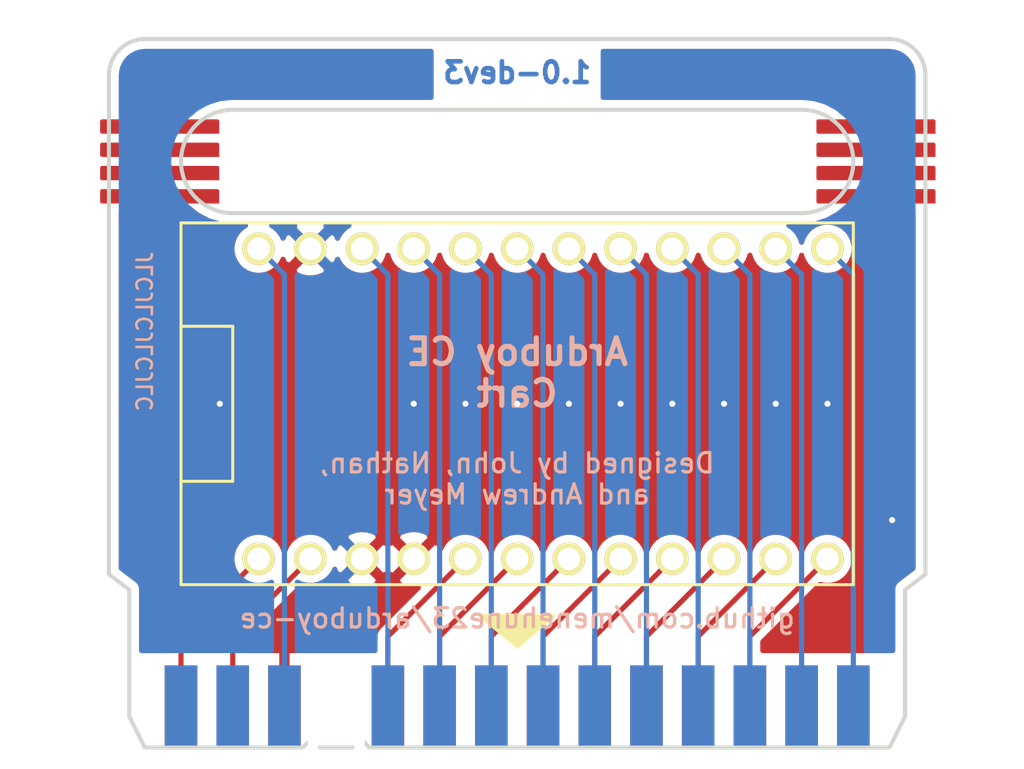
<source format=kicad_pcb>
(kicad_pcb (version 20171130) (host pcbnew "(5.1.9-0-10_14)")

  (general
    (thickness 1.6)
    (drawings 48)
    (tracks 54)
    (zones 0)
    (modules 8)
    (nets 23)
  )

  (page USLetter)
  (title_block
    (title "Arduboy CE Cart")
    (date 2021-04-12)
    (rev 1.0-dev3)
  )

  (layers
    (0 F.Cu signal)
    (31 B.Cu signal)
    (32 B.Adhes user)
    (33 F.Adhes user)
    (34 B.Paste user)
    (35 F.Paste user)
    (36 B.SilkS user)
    (37 F.SilkS user)
    (38 B.Mask user)
    (39 F.Mask user)
    (40 Dwgs.User user)
    (41 Cmts.User user)
    (42 Eco1.User user)
    (43 Eco2.User user)
    (44 Edge.Cuts user)
    (45 Margin user)
    (46 B.CrtYd user)
    (47 F.CrtYd user)
    (48 B.Fab user)
    (49 F.Fab user)
  )

  (setup
    (last_trace_width 0.1524)
    (user_trace_width 0.254)
    (user_trace_width 0.3048)
    (user_trace_width 0.508)
    (trace_clearance 0.1524)
    (zone_clearance 0.381)
    (zone_45_only no)
    (trace_min 0.1524)
    (via_size 0.6)
    (via_drill 0.3)
    (via_min_size 0.6)
    (via_min_drill 0.254)
    (uvia_size 0.6)
    (uvia_drill 0.3)
    (uvias_allowed no)
    (uvia_min_size 0.6)
    (uvia_min_drill 0.1)
    (edge_width 0.2)
    (segment_width 0.2)
    (pcb_text_width 0.3)
    (pcb_text_size 1.5 1.5)
    (mod_edge_width 0.15)
    (mod_text_size 1 1)
    (mod_text_width 0.15)
    (pad_size 0.508 4.25)
    (pad_drill 0.508)
    (pad_to_mask_clearance 0.0508)
    (solder_mask_min_width 0.25)
    (aux_axis_origin 0 0)
    (grid_origin 1282.7 107.95)
    (visible_elements FFFFFE7F)
    (pcbplotparams
      (layerselection 0x010fc_ffffffff)
      (usegerberextensions false)
      (usegerberattributes false)
      (usegerberadvancedattributes false)
      (creategerberjobfile false)
      (excludeedgelayer true)
      (linewidth 0.100000)
      (plotframeref false)
      (viasonmask false)
      (mode 1)
      (useauxorigin false)
      (hpglpennumber 1)
      (hpglpenspeed 20)
      (hpglpendiameter 15.000000)
      (psnegative false)
      (psa4output false)
      (plotreference true)
      (plotvalue true)
      (plotinvisibletext false)
      (padsonsilk false)
      (subtractmaskfromsilk false)
      (outputformat 1)
      (mirror false)
      (drillshape 0)
      (scaleselection 1)
      (outputdirectory "gerber/cart-1.0dev3"))
  )

  (net 0 "")
  (net 1 GND)
  (net 2 "Net-(J1-Pad2)")
  (net 3 "Net-(J1-Pad1)")
  (net 4 "Net-(J1-Pad5)")
  (net 5 "Net-(J1-Pad6)")
  (net 6 "Net-(J1-Pad7)")
  (net 7 "Net-(J1-Pad8)")
  (net 8 "Net-(J1-Pad9)")
  (net 9 "Net-(J1-Pad10)")
  (net 10 "Net-(J1-Pad11)")
  (net 11 "Net-(J1-Pad12)")
  (net 12 "Net-(J2-Pad12)")
  (net 13 "Net-(J2-Pad10)")
  (net 14 "Net-(J2-Pad9)")
  (net 15 "Net-(J2-Pad8)")
  (net 16 "Net-(J2-Pad7)")
  (net 17 "Net-(J2-Pad6)")
  (net 18 "Net-(J2-Pad5)")
  (net 19 "Net-(J2-Pad4)")
  (net 20 "Net-(J2-Pad3)")
  (net 21 "Net-(J2-Pad1)")
  (net 22 "Net-(J2-Pad2)")

  (net_class Default "This is the default net class."
    (clearance 0.1524)
    (trace_width 0.1524)
    (via_dia 0.6)
    (via_drill 0.3)
    (uvia_dia 0.6)
    (uvia_drill 0.3)
    (add_net GND)
    (add_net "Net-(J1-Pad1)")
    (add_net "Net-(J1-Pad10)")
    (add_net "Net-(J1-Pad11)")
    (add_net "Net-(J1-Pad12)")
    (add_net "Net-(J1-Pad2)")
    (add_net "Net-(J1-Pad5)")
    (add_net "Net-(J1-Pad6)")
    (add_net "Net-(J1-Pad7)")
    (add_net "Net-(J1-Pad8)")
    (add_net "Net-(J1-Pad9)")
    (add_net "Net-(J2-Pad1)")
    (add_net "Net-(J2-Pad10)")
    (add_net "Net-(J2-Pad12)")
    (add_net "Net-(J2-Pad2)")
    (add_net "Net-(J2-Pad3)")
    (add_net "Net-(J2-Pad4)")
    (add_net "Net-(J2-Pad5)")
    (add_net "Net-(J2-Pad6)")
    (add_net "Net-(J2-Pad7)")
    (add_net "Net-(J2-Pad8)")
    (add_net "Net-(J2-Pad9)")
  )

  (module cart:BREAKAWAY_HOLE (layer F.Cu) (tedit 604640B0) (tstamp 60463DE4)
    (at 129.667 126.712)
    (fp_text reference REF** (at 0 2.54) (layer F.SilkS) hide
      (effects (font (size 1 1) (thickness 0.15)))
    )
    (fp_text value BREAKAWAY_HOLE (at 0 -2.54) (layer F.Fab) hide
      (effects (font (size 1 1) (thickness 0.15)))
    )
    (pad "" np_thru_hole oval (at 0 0.127) (size 0.508 4.25) (drill oval 0.508 4.25) (layers *.Cu *.Mask))
  )

  (module cart:BREAKAWAY_HOLE (layer F.Cu) (tedit 60464025) (tstamp 60463C9F)
    (at 131.953 126.712)
    (fp_text reference REF** (at 0 2.54) (layer F.SilkS) hide
      (effects (font (size 1 1) (thickness 0.15)))
    )
    (fp_text value BREAKAWAY_HOLE (at 0 -2.54) (layer F.Fab) hide
      (effects (font (size 1 1) (thickness 0.15)))
    )
    (pad "" np_thru_hole oval (at 0 0.127) (size 0.508 4.25) (drill oval 0.508 4.25) (layers *.Cu *.Mask))
  )

  (module cart:BREAKAWAY_HOLE (layer F.Cu) (tedit 60248ACD) (tstamp 600917E9)
    (at 131.699 124.841)
    (fp_text reference REF** (at 0 2.54) (layer F.SilkS) hide
      (effects (font (size 1 1) (thickness 0.15)))
    )
    (fp_text value BREAKAWAY_HOLE (at 0 -2.54) (layer F.Fab) hide
      (effects (font (size 1 1) (thickness 0.15)))
    )
    (pad "" np_thru_hole circle (at 0 0.127) (size 0.508 0.508) (drill 0.508) (layers *.Cu *.Mask))
  )

  (module cart:BREAKAWAY_HOLE (layer F.Cu) (tedit 60248AA8) (tstamp 60248AA1)
    (at 129.921 124.841)
    (fp_text reference REF** (at 0 2.54) (layer F.SilkS) hide
      (effects (font (size 1 1) (thickness 0.15)))
    )
    (fp_text value BREAKAWAY_HOLE (at 0 -2.54) (layer F.Fab) hide
      (effects (font (size 1 1) (thickness 0.15)))
    )
    (pad "" np_thru_hole circle (at 0 0.127) (size 0.508 0.508) (drill 0.508) (layers *.Cu *.Mask))
  )

  (module cart:BREAKAWAY_HOLE (layer F.Cu) (tedit 60248AC8) (tstamp 6009170B)
    (at 130.81 124.841)
    (fp_text reference REF** (at 0 2.54) (layer F.SilkS) hide
      (effects (font (size 1 1) (thickness 0.15)))
    )
    (fp_text value BREAKAWAY_HOLE (at 0 -2.54) (layer F.Fab) hide
      (effects (font (size 1 1) (thickness 0.15)))
    )
    (pad "" np_thru_hole circle (at 0 0.127) (size 0.508 0.508) (drill 0.508) (layers *.Cu *.Mask))
  )

  (module cart:CARD_CONNECTOR_14_POS (layer B.Cu) (tedit 60068350) (tstamp 60069D7D)
    (at 139.7 126.619 180)
    (path /6006BB41)
    (fp_text reference J2 (at 0 5.08 180) (layer B.SilkS) hide
      (effects (font (size 1 1) (thickness 0.15)) (justify mirror))
    )
    (fp_text value "Back Edge" (at 0 7.62 180) (layer B.Fab) hide
      (effects (font (size 1 1) (thickness 0.15)) (justify mirror))
    )
    (pad 14 connect rect (at 16.51 0 180) (size 1.6 4) (layers B.Cu B.Mask))
    (pad 13 connect rect (at 13.97 0 180) (size 1.6 4) (layers B.Cu B.Mask))
    (pad 12 connect rect (at 11.43 0 180) (size 1.6 4) (layers B.Cu B.Mask)
      (net 12 "Net-(J2-Pad12)"))
    (pad 10 connect rect (at 6.35 0 180) (size 1.6 4) (layers B.Cu B.Mask)
      (net 13 "Net-(J2-Pad10)"))
    (pad 9 connect rect (at 3.81 0 180) (size 1.6 4) (layers B.Cu B.Mask)
      (net 14 "Net-(J2-Pad9)"))
    (pad 8 connect rect (at 1.27 0 180) (size 1.6 4) (layers B.Cu B.Mask)
      (net 15 "Net-(J2-Pad8)"))
    (pad 7 connect rect (at -1.27 0 180) (size 1.6 4) (layers B.Cu B.Mask)
      (net 16 "Net-(J2-Pad7)"))
    (pad 6 connect rect (at -3.81 0 180) (size 1.6 4) (layers B.Cu B.Mask)
      (net 17 "Net-(J2-Pad6)"))
    (pad 5 connect rect (at -6.35 0 180) (size 1.6 4) (layers B.Cu B.Mask)
      (net 18 "Net-(J2-Pad5)"))
    (pad 4 connect rect (at -8.89 0 180) (size 1.6 4) (layers B.Cu B.Mask)
      (net 19 "Net-(J2-Pad4)"))
    (pad 3 connect rect (at -11.43 0 180) (size 1.6 4) (layers B.Cu B.Mask)
      (net 20 "Net-(J2-Pad3)"))
    (pad 1 connect rect (at -16.51 0 180) (size 1.6 4) (layers B.Cu B.Mask)
      (net 21 "Net-(J2-Pad1)"))
    (pad 2 connect rect (at -13.97 0 180) (size 1.6 4) (layers B.Cu B.Mask)
      (net 22 "Net-(J2-Pad2)"))
  )

  (module cart:CARD_CONNECTOR_14_POS (layer F.Cu) (tedit 60068329) (tstamp 60069B7B)
    (at 139.7 126.619)
    (path /60066C03)
    (fp_text reference J1 (at 0 -5.08) (layer F.SilkS) hide
      (effects (font (size 1 1) (thickness 0.15)))
    )
    (fp_text value "Front Edge" (at 0 -7.62) (layer F.Fab) hide
      (effects (font (size 1 1) (thickness 0.15)))
    )
    (pad 2 connect rect (at -13.97 0) (size 1.6 4) (layers F.Cu F.Mask)
      (net 2 "Net-(J1-Pad2)"))
    (pad 1 connect rect (at -16.51 0) (size 1.6 4) (layers F.Cu F.Mask)
      (net 3 "Net-(J1-Pad1)"))
    (pad 3 connect rect (at -11.43 0) (size 1.6 4) (layers F.Cu F.Mask)
      (net 1 GND))
    (pad 5 connect rect (at -6.35 0) (size 1.6 4) (layers F.Cu F.Mask)
      (net 4 "Net-(J1-Pad5)"))
    (pad 6 connect rect (at -3.81 0) (size 1.6 4) (layers F.Cu F.Mask)
      (net 5 "Net-(J1-Pad6)"))
    (pad 7 connect rect (at -1.27 0) (size 1.6 4) (layers F.Cu F.Mask)
      (net 6 "Net-(J1-Pad7)"))
    (pad 8 connect rect (at 1.27 0) (size 1.6 4) (layers F.Cu F.Mask)
      (net 7 "Net-(J1-Pad8)"))
    (pad 9 connect rect (at 3.81 0) (size 1.6 4) (layers F.Cu F.Mask)
      (net 8 "Net-(J1-Pad9)"))
    (pad 10 connect rect (at 6.35 0) (size 1.6 4) (layers F.Cu F.Mask)
      (net 9 "Net-(J1-Pad10)"))
    (pad 11 connect rect (at 8.89 0) (size 1.6 4) (layers F.Cu F.Mask)
      (net 10 "Net-(J1-Pad11)"))
    (pad 12 connect rect (at 11.43 0) (size 1.6 4) (layers F.Cu F.Mask)
      (net 11 "Net-(J1-Pad12)"))
    (pad 13 connect rect (at 13.97 0) (size 1.6 4) (layers F.Cu F.Mask))
    (pad 14 connect rect (at 16.51 0) (size 1.6 4) (layers F.Cu F.Mask))
  )

  (module cart:PRO_MICRO (layer F.Cu) (tedit 60067CA2) (tstamp 600699B6)
    (at 139.7 111.76)
    (descr "Pro Micro footprint")
    (tags "promicro ProMicro pro micro")
    (path /600649CE)
    (fp_text reference U1 (at 0 -10.16) (layer F.SilkS) hide
      (effects (font (size 1 1) (thickness 0.15)))
    )
    (fp_text value "Pro Micro" (at 0 1.27) (layer F.Fab)
      (effects (font (size 1 1) (thickness 0.15)))
    )
    (fp_line (start -13.97 3.81) (end -13.97 -3.81) (layer F.SilkS) (width 0.15))
    (fp_line (start 16.51 -8.89) (end 16.51 8.89) (layer F.SilkS) (width 0.15))
    (fp_line (start -16.51 -8.89) (end 16.51 -8.89) (layer F.SilkS) (width 0.15))
    (fp_line (start -16.51 -3.81) (end -16.51 -8.89) (layer F.SilkS) (width 0.15))
    (fp_line (start -16.51 -3.81) (end -13.97 -3.81) (layer F.SilkS) (width 0.15))
    (fp_line (start -16.51 3.81) (end -16.51 -3.81) (layer F.SilkS) (width 0.15))
    (fp_line (start -13.97 3.81) (end -16.51 3.81) (layer F.SilkS) (width 0.15))
    (fp_line (start -16.51 8.89) (end -16.51 3.81) (layer F.SilkS) (width 0.15))
    (fp_line (start -16.51 8.89) (end 16.51 8.89) (layer F.SilkS) (width 0.15))
    (pad 24 thru_hole circle (at -12.7 -7.62) (size 1.6 1.6) (drill 1.1) (layers *.Cu *.Mask F.SilkS)
      (net 12 "Net-(J2-Pad12)"))
    (pad 23 thru_hole circle (at -10.16 -7.62) (size 1.6 1.6) (drill 1.1) (layers *.Cu *.Mask F.SilkS)
      (net 1 GND))
    (pad 22 thru_hole circle (at -7.62 -7.62) (size 1.6 1.6) (drill 1.1) (layers *.Cu *.Mask F.SilkS)
      (net 13 "Net-(J2-Pad10)"))
    (pad 21 thru_hole circle (at -5.08 -7.62) (size 1.6 1.6) (drill 1.1) (layers *.Cu *.Mask F.SilkS)
      (net 14 "Net-(J2-Pad9)"))
    (pad 20 thru_hole circle (at -2.54 -7.62) (size 1.6 1.6) (drill 1.1) (layers *.Cu *.Mask F.SilkS)
      (net 15 "Net-(J2-Pad8)"))
    (pad 19 thru_hole circle (at 0 -7.62) (size 1.6 1.6) (drill 1.1) (layers *.Cu *.Mask F.SilkS)
      (net 16 "Net-(J2-Pad7)"))
    (pad 18 thru_hole circle (at 2.54 -7.62) (size 1.6 1.6) (drill 1.1) (layers *.Cu *.Mask F.SilkS)
      (net 17 "Net-(J2-Pad6)"))
    (pad 17 thru_hole circle (at 5.08 -7.62) (size 1.6 1.6) (drill 1.1) (layers *.Cu *.Mask F.SilkS)
      (net 18 "Net-(J2-Pad5)"))
    (pad 16 thru_hole circle (at 7.62 -7.62) (size 1.6 1.6) (drill 1.1) (layers *.Cu *.Mask F.SilkS)
      (net 19 "Net-(J2-Pad4)"))
    (pad 15 thru_hole circle (at 10.16 -7.62) (size 1.6 1.6) (drill 1.1) (layers *.Cu *.Mask F.SilkS)
      (net 20 "Net-(J2-Pad3)"))
    (pad 14 thru_hole circle (at 12.7 -7.62) (size 1.6 1.6) (drill 1.1) (layers *.Cu *.Mask F.SilkS)
      (net 22 "Net-(J2-Pad2)"))
    (pad 13 thru_hole circle (at 15.24 -7.62) (size 1.6 1.6) (drill 1.1) (layers *.Cu *.Mask F.SilkS)
      (net 21 "Net-(J2-Pad1)"))
    (pad 12 thru_hole circle (at 15.24 7.62) (size 1.6 1.6) (drill 1.1) (layers *.Cu *.Mask F.SilkS)
      (net 11 "Net-(J1-Pad12)"))
    (pad 11 thru_hole circle (at 12.7 7.62) (size 1.6 1.6) (drill 1.1) (layers *.Cu *.Mask F.SilkS)
      (net 10 "Net-(J1-Pad11)"))
    (pad 10 thru_hole circle (at 10.16 7.62) (size 1.6 1.6) (drill 1.1) (layers *.Cu *.Mask F.SilkS)
      (net 9 "Net-(J1-Pad10)"))
    (pad 9 thru_hole circle (at 7.62 7.62) (size 1.6 1.6) (drill 1.1) (layers *.Cu *.Mask F.SilkS)
      (net 8 "Net-(J1-Pad9)"))
    (pad 8 thru_hole circle (at 5.08 7.62) (size 1.6 1.6) (drill 1.1) (layers *.Cu *.Mask F.SilkS)
      (net 7 "Net-(J1-Pad8)"))
    (pad 7 thru_hole circle (at 2.54 7.62) (size 1.6 1.6) (drill 1.1) (layers *.Cu *.Mask F.SilkS)
      (net 6 "Net-(J1-Pad7)"))
    (pad 6 thru_hole circle (at 0 7.62) (size 1.6 1.6) (drill 1.1) (layers *.Cu *.Mask F.SilkS)
      (net 5 "Net-(J1-Pad6)"))
    (pad 5 thru_hole circle (at -2.54 7.62) (size 1.6 1.6) (drill 1.1) (layers *.Cu *.Mask F.SilkS)
      (net 4 "Net-(J1-Pad5)"))
    (pad 4 thru_hole circle (at -5.08 7.62) (size 1.6 1.6) (drill 1.1) (layers *.Cu *.Mask F.SilkS)
      (net 1 GND))
    (pad 3 thru_hole circle (at -7.62 7.62) (size 1.6 1.6) (drill 1.1) (layers *.Cu *.Mask F.SilkS)
      (net 1 GND))
    (pad 2 thru_hole circle (at -10.16 7.62) (size 1.6 1.6) (drill 1.1) (layers *.Cu *.Mask F.SilkS)
      (net 2 "Net-(J1-Pad2)"))
    (pad 1 thru_hole circle (at -12.7 7.62) (size 1.6 1.6) (drill 1.1) (layers *.Cu *.Mask F.SilkS)
      (net 3 "Net-(J1-Pad1)"))
  )

  (gr_line (start 129.433 128.397) (end 129.794 128.397) (layer Edge.Cuts) (width 0.2) (tstamp 60463C75))
  (gr_line (start 129.794 128.397) (end 129.794 128.651) (layer Edge.Cuts) (width 0.2) (tstamp 604639B3))
  (gr_line (start 159.75 95.611) (end 159.75 120.142) (layer Edge.Cuts) (width 0.2) (tstamp 604180E7))
  (gr_arc (start 157.972 95.611) (end 159.75 95.611) (angle -90) (layer Edge.Cuts) (width 0.2) (tstamp 60417F17))
  (gr_line (start 159.75 120.142) (end 158.75 120.904) (layer Edge.Cuts) (width 0.2) (tstamp 5E978CFF))
  (gr_poly (pts (xy 119.3165 99.0245) (xy 124.968 99.0245) (xy 124.968 99.5325) (xy 119.3165 99.5325)) (layer F.Cu) (width 0.2) (tstamp 60417DE0))
  (gr_poly (pts (xy 119.3165 97.8815) (xy 124.968 97.8815) (xy 124.968 98.3895) (xy 119.3165 98.3895)) (layer F.Cu) (width 0.2) (tstamp 60417DDF))
  (gr_poly (pts (xy 119.3165 100.1675) (xy 124.968 100.1675) (xy 124.968 100.6755) (xy 119.3165 100.6755)) (layer F.Cu) (width 0.2) (tstamp 60417DDE))
  (gr_poly (pts (xy 119.3165 101.3105) (xy 124.968 101.3105) (xy 124.968 101.8185) (xy 119.3165 101.8185)) (layer F.Cu) (width 0.2) (tstamp 60417DDD))
  (gr_poly (pts (xy 119.3165 101.3105) (xy 124.968 101.3105) (xy 124.968 101.8185) (xy 119.3165 101.8185)) (layer F.Mask) (width 0.2) (tstamp 60417DDC))
  (gr_poly (pts (xy 119.3165 99.0245) (xy 124.968 99.0245) (xy 124.968 99.5325) (xy 119.3165 99.5325)) (layer F.Mask) (width 0.2) (tstamp 60417DDB))
  (gr_poly (pts (xy 119.3165 97.8815) (xy 124.968 97.8815) (xy 124.968 98.3895) (xy 119.3165 98.3895)) (layer F.Mask) (width 0.2) (tstamp 60417DDA))
  (gr_poly (pts (xy 119.3165 100.1675) (xy 124.968 100.1675) (xy 124.968 100.6755) (xy 119.3165 100.6755)) (layer F.Mask) (width 0.2) (tstamp 60417DD9))
  (gr_line (start 153.67 102.39) (end 125.73 102.39) (layer Edge.Cuts) (width 0.2) (tstamp 60417C0F))
  (gr_line (start 125.73 97.31) (end 153.67 97.31) (layer Edge.Cuts) (width 0.2) (tstamp 60417C0B))
  (gr_arc (start 153.67 99.85) (end 153.67 102.39) (angle -180) (layer Edge.Cuts) (width 0.2) (tstamp 60417D4C))
  (gr_arc (start 125.73 99.85) (end 125.73 97.31) (angle -180) (layer Edge.Cuts) (width 0.2))
  (gr_text JLCJLCJLCJLC (at 121.412 108.204 90) (layer B.SilkS) (tstamp 60261A33)
    (effects (font (size 0.762 0.762) (thickness 0.127)) (justify mirror))
  )
  (gr_poly (pts (xy 154.4955 101.3105) (xy 160.147 101.3105) (xy 160.147 101.8185) (xy 154.4955 101.8185)) (layer F.Mask) (width 0.2) (tstamp 6024D796))
  (gr_poly (pts (xy 154.4955 100.1675) (xy 160.147 100.1675) (xy 160.147 100.6755) (xy 154.4955 100.6755)) (layer F.Mask) (width 0.2) (tstamp 6024D789))
  (gr_poly (pts (xy 154.4955 99.0245) (xy 160.147 99.0245) (xy 160.147 99.5325) (xy 154.4955 99.5325)) (layer F.Mask) (width 0.2) (tstamp 6024D782))
  (gr_poly (pts (xy 154.4955 97.8815) (xy 160.147 97.8815) (xy 160.147 98.3895) (xy 154.4955 98.3895)) (layer F.Mask) (width 0.2) (tstamp 6024D779))
  (gr_line (start 131.826 128.397) (end 132.187 128.397) (layer Edge.Cuts) (width 0.2) (tstamp 600913A0))
  (gr_line (start 129.794 128.651) (end 131.826 128.651) (layer Edge.Cuts) (width 0.2) (tstamp 60091358))
  (gr_line (start 131.826 128.397) (end 131.826 128.651) (layer Edge.Cuts) (width 0.2) (tstamp 6009133E))
  (gr_text github.com/menehune23/arduboy-ce (at 139.7 122.301) (layer B.SilkS) (tstamp 6006B8DF)
    (effects (font (size 0.9525 0.9525) (thickness 0.15875)) (justify mirror))
  )
  (gr_text "Designed by John, Nathan,\nand Andrew Meyer" (at 139.7 115.443) (layer B.SilkS)
    (effects (font (size 0.9525 0.9525) (thickness 0.15875)) (justify mirror))
  )
  (gr_text "Arduboy CE\nCart" (at 139.7 110.236) (layer B.SilkS)
    (effects (font (size 1.27 1.27) (thickness 0.254)) (justify mirror))
  )
  (gr_line (start 132.441 128.651) (end 132.187 128.397) (layer Edge.Cuts) (width 0.2) (tstamp 6006B30A))
  (gr_line (start 129.433 128.397) (end 129.179 128.651) (layer Edge.Cuts) (width 0.2) (tstamp 6006B2B8))
  (gr_line (start 157.988 128.651) (end 132.441 128.651) (layer Edge.Cuts) (width 0.2) (tstamp 6006B241))
  (gr_poly (pts (xy 154.4955 101.3105) (xy 160.147 101.3105) (xy 160.147 101.8185) (xy 154.4955 101.8185)) (layer F.Cu) (width 0.2) (tstamp 6006AEB0))
  (gr_poly (pts (xy 154.4955 100.1675) (xy 160.147 100.1675) (xy 160.147 100.6755) (xy 154.4955 100.6755)) (layer F.Cu) (width 0.2) (tstamp 6006AEAE))
  (gr_poly (pts (xy 154.4955 97.8815) (xy 160.147 97.8815) (xy 160.147 98.3895) (xy 154.4955 98.3895)) (layer F.Cu) (width 0.2) (tstamp 6006AEAA))
  (gr_line (start 119.65 95.611) (end 119.65 120.139) (layer Edge.Cuts) (width 0.2) (tstamp 5E838664))
  (gr_line (start 120.65 120.901) (end 119.65 120.139) (layer Edge.Cuts) (width 0.2) (tstamp 5E978CF3))
  (gr_arc (start 121.428 95.611) (end 119.65 95.611) (angle 90) (layer Edge.Cuts) (width 0.2) (tstamp 5C4E6651))
  (gr_line (start 120.65 120.901) (end 120.65 127.127) (layer Edge.Cuts) (width 0.2) (tstamp 6006A87F))
  (gr_line (start 158.75 120.904) (end 158.75 127.127) (layer Edge.Cuts) (width 0.2) (tstamp 5E838617))
  (gr_poly (pts (xy 154.4955 99.0245) (xy 160.147 99.0245) (xy 160.147 99.5325) (xy 154.4955 99.5325)) (layer F.Cu) (width 0.2) (tstamp 6006AEA7))
  (gr_poly (pts (xy 160.4645 124.6505) (xy 160.401 129.667) (xy 118.618 129.667) (xy 118.6815 124.6505)) (layer B.Mask) (width 0.1) (tstamp 600914D5))
  (gr_poly (pts (xy 160.401 124.6505) (xy 160.401 129.667) (xy 118.618 129.667) (xy 118.618 124.6505)) (layer F.Mask) (width 0.1))
  (gr_line (start 121.428 93.833) (end 157.972 93.833) (layer Edge.Cuts) (width 0.2) (tstamp 5C60AF46))
  (gr_text 1.0-dev3 (at 139.7 95.488) (layer B.Cu) (tstamp 604636DF)
    (effects (font (size 1.016 1.016) (thickness 0.2286)) (justify mirror))
  )
  (gr_line (start 121.412 128.651) (end 120.65 127.127) (layer Edge.Cuts) (width 0.2) (tstamp 5C4E6710))
  (gr_line (start 157.988 128.651) (end 158.75 127.127) (layer Edge.Cuts) (width 0.2))
  (gr_poly (pts (xy 139.7 123.698) (xy 137.922 122.174) (xy 141.478 122.174)) (layer F.SilkS) (width 0.2))
  (gr_line (start 121.412 128.651) (end 129.179 128.651) (layer Edge.Cuts) (width 0.2))

  (segment (start 128.27 126.619) (end 128.27 123.19) (width 0.508) (layer F.Cu) (net 1))
  (via (at 134.62 111.76) (size 0.6) (drill 0.3) (layers F.Cu B.Cu) (net 1))
  (via (at 137.16 111.76) (size 0.6) (drill 0.3) (layers F.Cu B.Cu) (net 1))
  (via (at 139.7 111.76) (size 0.6) (drill 0.3) (layers F.Cu B.Cu) (net 1))
  (via (at 142.24 111.76) (size 0.6) (drill 0.3) (layers F.Cu B.Cu) (net 1))
  (via (at 144.78 111.76) (size 0.6) (drill 0.3) (layers F.Cu B.Cu) (net 1))
  (via (at 147.32 111.76) (size 0.6) (drill 0.3) (layers F.Cu B.Cu) (net 1))
  (via (at 149.86 111.76) (size 0.6) (drill 0.3) (layers F.Cu B.Cu) (net 1))
  (via (at 152.4 111.76) (size 0.6) (drill 0.3) (layers F.Cu B.Cu) (net 1))
  (via (at 154.94 111.76) (size 0.6) (drill 0.3) (layers F.Cu B.Cu) (net 1))
  (via (at 158.115 117.475) (size 0.6) (drill 0.3) (layers F.Cu B.Cu) (net 1))
  (via (at 125.095 111.76) (size 0.6) (drill 0.3) (layers F.Cu B.Cu) (net 1))
  (segment (start 125.73 123.19) (end 125.73 126.619) (width 0.254) (layer F.Cu) (net 2))
  (segment (start 129.54 119.38) (end 125.73 123.19) (width 0.254) (layer F.Cu) (net 2))
  (segment (start 123.19 123.19) (end 123.19 126.619) (width 0.254) (layer F.Cu) (net 3))
  (segment (start 127 119.38) (end 123.19 123.19) (width 0.254) (layer F.Cu) (net 3))
  (segment (start 133.35 123.19) (end 133.35 126.619) (width 0.254) (layer F.Cu) (net 4))
  (segment (start 137.16 119.38) (end 133.35 123.19) (width 0.254) (layer F.Cu) (net 4))
  (segment (start 135.89 123.19) (end 135.89 126.619) (width 0.254) (layer F.Cu) (net 5))
  (segment (start 139.7 119.38) (end 135.89 123.19) (width 0.254) (layer F.Cu) (net 5))
  (segment (start 138.43 123.19) (end 138.43 126.619) (width 0.254) (layer F.Cu) (net 6))
  (segment (start 142.24 119.38) (end 138.43 123.19) (width 0.254) (layer F.Cu) (net 6))
  (segment (start 140.97 123.19) (end 140.97 126.619) (width 0.254) (layer F.Cu) (net 7))
  (segment (start 144.78 119.38) (end 140.97 123.19) (width 0.254) (layer F.Cu) (net 7))
  (segment (start 143.51 123.19) (end 143.51 126.619) (width 0.254) (layer F.Cu) (net 8))
  (segment (start 147.32 119.38) (end 143.51 123.19) (width 0.254) (layer F.Cu) (net 8))
  (segment (start 146.05 123.19) (end 146.05 126.619) (width 0.254) (layer F.Cu) (net 9))
  (segment (start 149.86 119.38) (end 146.05 123.19) (width 0.254) (layer F.Cu) (net 9))
  (segment (start 148.59 123.19) (end 148.59 126.619) (width 0.254) (layer F.Cu) (net 10))
  (segment (start 152.4 119.38) (end 148.59 123.19) (width 0.254) (layer F.Cu) (net 10))
  (segment (start 151.13 123.19) (end 151.13 126.619) (width 0.254) (layer F.Cu) (net 11))
  (segment (start 154.94 119.38) (end 151.13 123.19) (width 0.254) (layer F.Cu) (net 11))
  (segment (start 128.27 105.41) (end 128.27 126.619) (width 0.254) (layer B.Cu) (net 12))
  (segment (start 127 104.14) (end 128.27 105.41) (width 0.254) (layer B.Cu) (net 12))
  (segment (start 133.35 105.41) (end 133.35 126.619) (width 0.254) (layer B.Cu) (net 13))
  (segment (start 132.08 104.14) (end 133.35 105.41) (width 0.254) (layer B.Cu) (net 13))
  (segment (start 135.89 105.41) (end 135.89 126.619) (width 0.254) (layer B.Cu) (net 14))
  (segment (start 134.62 104.14) (end 135.89 105.41) (width 0.254) (layer B.Cu) (net 14))
  (segment (start 138.43 105.41) (end 138.43 126.619) (width 0.254) (layer B.Cu) (net 15))
  (segment (start 137.16 104.14) (end 138.43 105.41) (width 0.254) (layer B.Cu) (net 15))
  (segment (start 140.97 105.41) (end 140.97 126.619) (width 0.254) (layer B.Cu) (net 16))
  (segment (start 139.7 104.14) (end 140.97 105.41) (width 0.254) (layer B.Cu) (net 16))
  (segment (start 143.51 105.41) (end 143.51 126.619) (width 0.254) (layer B.Cu) (net 17))
  (segment (start 142.24 104.14) (end 143.51 105.41) (width 0.254) (layer B.Cu) (net 17))
  (segment (start 146.05 105.41) (end 146.05 126.619) (width 0.254) (layer B.Cu) (net 18))
  (segment (start 144.78 104.14) (end 146.05 105.41) (width 0.254) (layer B.Cu) (net 18))
  (segment (start 148.59 105.41) (end 148.59 126.619) (width 0.254) (layer B.Cu) (net 19))
  (segment (start 147.32 104.14) (end 148.59 105.41) (width 0.254) (layer B.Cu) (net 19))
  (segment (start 151.13 105.41) (end 151.13 126.619) (width 0.254) (layer B.Cu) (net 20))
  (segment (start 149.86 104.14) (end 151.13 105.41) (width 0.254) (layer B.Cu) (net 20))
  (segment (start 156.21 105.41) (end 156.21 126.619) (width 0.254) (layer B.Cu) (net 21))
  (segment (start 154.94 104.14) (end 156.21 105.41) (width 0.254) (layer B.Cu) (net 21))
  (segment (start 153.67 105.41) (end 153.67 126.619) (width 0.254) (layer B.Cu) (net 22))
  (segment (start 152.4 104.14) (end 153.67 105.41) (width 0.254) (layer B.Cu) (net 22))

  (zone (net 1) (net_name GND) (layer F.Cu) (tstamp 60757962) (hatch edge 0.508)
    (connect_pads (clearance 0.381))
    (min_thickness 0.254)
    (fill yes (arc_segments 16) (thermal_gap 0.508) (thermal_bridge_width 0.508))
    (polygon
      (pts
        (xy 164.592 91.91625) (xy 114.3 91.97975) (xy 114.3 129.3495) (xy 164.592 129.286)
      )
    )
    (filled_polygon
      (pts
        (xy 123.940111 102.436786) (xy 123.985996 102.467272) (xy 124.031479 102.498415) (xy 124.038946 102.502452) (xy 124.476642 102.735179)
        (xy 124.527574 102.756172) (xy 124.57824 102.777887) (xy 124.586346 102.780396) (xy 124.586352 102.780398) (xy 125.060914 102.923676)
        (xy 125.114973 102.93438) (xy 125.168872 102.945837) (xy 125.177305 102.946723) (xy 125.177315 102.946725) (xy 125.177324 102.946725)
        (xy 125.67067 102.995098) (xy 125.670674 102.995098) (xy 125.700139 102.998) (xy 126.354786 102.998) (xy 126.166199 103.12401)
        (xy 125.98401 103.306199) (xy 125.840865 103.52043) (xy 125.742266 103.75847) (xy 125.692 104.011173) (xy 125.692 104.268827)
        (xy 125.742266 104.52153) (xy 125.840865 104.75957) (xy 125.98401 104.973801) (xy 126.166199 105.15599) (xy 126.38043 105.299135)
        (xy 126.61847 105.397734) (xy 126.871173 105.448) (xy 127.128827 105.448) (xy 127.38153 105.397734) (xy 127.61957 105.299135)
        (xy 127.833801 105.15599) (xy 127.857089 105.132702) (xy 128.726903 105.132702) (xy 128.798486 105.376671) (xy 129.053996 105.497571)
        (xy 129.328184 105.5663) (xy 129.610512 105.580217) (xy 129.89013 105.538787) (xy 130.156292 105.443603) (xy 130.281514 105.376671)
        (xy 130.353097 105.132702) (xy 129.54 104.319605) (xy 128.726903 105.132702) (xy 127.857089 105.132702) (xy 128.01599 104.973801)
        (xy 128.159135 104.75957) (xy 128.201228 104.657949) (xy 128.236397 104.756292) (xy 128.303329 104.881514) (xy 128.547298 104.953097)
        (xy 129.360395 104.14) (xy 128.547298 103.326903) (xy 128.303329 103.398486) (xy 128.199508 103.6179) (xy 128.159135 103.52043)
        (xy 128.01599 103.306199) (xy 127.833801 103.12401) (xy 127.645214 102.998) (xy 128.770709 102.998) (xy 128.726903 103.147298)
        (xy 129.54 103.960395) (xy 130.353097 103.147298) (xy 130.309291 102.998) (xy 131.434786 102.998) (xy 131.246199 103.12401)
        (xy 131.06401 103.306199) (xy 130.920865 103.52043) (xy 130.878772 103.622051) (xy 130.843603 103.523708) (xy 130.776671 103.398486)
        (xy 130.532702 103.326903) (xy 129.719605 104.14) (xy 130.532702 104.953097) (xy 130.776671 104.881514) (xy 130.880492 104.6621)
        (xy 130.920865 104.75957) (xy 131.06401 104.973801) (xy 131.246199 105.15599) (xy 131.46043 105.299135) (xy 131.69847 105.397734)
        (xy 131.951173 105.448) (xy 132.208827 105.448) (xy 132.46153 105.397734) (xy 132.69957 105.299135) (xy 132.913801 105.15599)
        (xy 133.09599 104.973801) (xy 133.239135 104.75957) (xy 133.337734 104.52153) (xy 133.35 104.459865) (xy 133.362266 104.52153)
        (xy 133.460865 104.75957) (xy 133.60401 104.973801) (xy 133.786199 105.15599) (xy 134.00043 105.299135) (xy 134.23847 105.397734)
        (xy 134.491173 105.448) (xy 134.748827 105.448) (xy 135.00153 105.397734) (xy 135.23957 105.299135) (xy 135.453801 105.15599)
        (xy 135.63599 104.973801) (xy 135.779135 104.75957) (xy 135.877734 104.52153) (xy 135.89 104.459865) (xy 135.902266 104.52153)
        (xy 136.000865 104.75957) (xy 136.14401 104.973801) (xy 136.326199 105.15599) (xy 136.54043 105.299135) (xy 136.77847 105.397734)
        (xy 137.031173 105.448) (xy 137.288827 105.448) (xy 137.54153 105.397734) (xy 137.77957 105.299135) (xy 137.993801 105.15599)
        (xy 138.17599 104.973801) (xy 138.319135 104.75957) (xy 138.417734 104.52153) (xy 138.43 104.459865) (xy 138.442266 104.52153)
        (xy 138.540865 104.75957) (xy 138.68401 104.973801) (xy 138.866199 105.15599) (xy 139.08043 105.299135) (xy 139.31847 105.397734)
        (xy 139.571173 105.448) (xy 139.828827 105.448) (xy 140.08153 105.397734) (xy 140.31957 105.299135) (xy 140.533801 105.15599)
        (xy 140.71599 104.973801) (xy 140.859135 104.75957) (xy 140.957734 104.52153) (xy 140.97 104.459865) (xy 140.982266 104.52153)
        (xy 141.080865 104.75957) (xy 141.22401 104.973801) (xy 141.406199 105.15599) (xy 141.62043 105.299135) (xy 141.85847 105.397734)
        (xy 142.111173 105.448) (xy 142.368827 105.448) (xy 142.62153 105.397734) (xy 142.85957 105.299135) (xy 143.073801 105.15599)
        (xy 143.25599 104.973801) (xy 143.399135 104.75957) (xy 143.497734 104.52153) (xy 143.51 104.459865) (xy 143.522266 104.52153)
        (xy 143.620865 104.75957) (xy 143.76401 104.973801) (xy 143.946199 105.15599) (xy 144.16043 105.299135) (xy 144.39847 105.397734)
        (xy 144.651173 105.448) (xy 144.908827 105.448) (xy 145.16153 105.397734) (xy 145.39957 105.299135) (xy 145.613801 105.15599)
        (xy 145.79599 104.973801) (xy 145.939135 104.75957) (xy 146.037734 104.52153) (xy 146.05 104.459865) (xy 146.062266 104.52153)
        (xy 146.160865 104.75957) (xy 146.30401 104.973801) (xy 146.486199 105.15599) (xy 146.70043 105.299135) (xy 146.93847 105.397734)
        (xy 147.191173 105.448) (xy 147.448827 105.448) (xy 147.70153 105.397734) (xy 147.93957 105.299135) (xy 148.153801 105.15599)
        (xy 148.33599 104.973801) (xy 148.479135 104.75957) (xy 148.577734 104.52153) (xy 148.59 104.459865) (xy 148.602266 104.52153)
        (xy 148.700865 104.75957) (xy 148.84401 104.973801) (xy 149.026199 105.15599) (xy 149.24043 105.299135) (xy 149.47847 105.397734)
        (xy 149.731173 105.448) (xy 149.988827 105.448) (xy 150.24153 105.397734) (xy 150.47957 105.299135) (xy 150.693801 105.15599)
        (xy 150.87599 104.973801) (xy 151.019135 104.75957) (xy 151.117734 104.52153) (xy 151.13 104.459865) (xy 151.142266 104.52153)
        (xy 151.240865 104.75957) (xy 151.38401 104.973801) (xy 151.566199 105.15599) (xy 151.78043 105.299135) (xy 152.01847 105.397734)
        (xy 152.271173 105.448) (xy 152.528827 105.448) (xy 152.78153 105.397734) (xy 153.01957 105.299135) (xy 153.233801 105.15599)
        (xy 153.41599 104.973801) (xy 153.559135 104.75957) (xy 153.657734 104.52153) (xy 153.67 104.459865) (xy 153.682266 104.52153)
        (xy 153.780865 104.75957) (xy 153.92401 104.973801) (xy 154.106199 105.15599) (xy 154.32043 105.299135) (xy 154.55847 105.397734)
        (xy 154.811173 105.448) (xy 155.068827 105.448) (xy 155.32153 105.397734) (xy 155.55957 105.299135) (xy 155.773801 105.15599)
        (xy 155.95599 104.973801) (xy 156.099135 104.75957) (xy 156.197734 104.52153) (xy 156.248 104.268827) (xy 156.248 104.011173)
        (xy 156.197734 103.75847) (xy 156.099135 103.52043) (xy 155.95599 103.306199) (xy 155.773801 103.12401) (xy 155.55957 102.980865)
        (xy 155.32153 102.882266) (xy 155.068827 102.832) (xy 154.811173 102.832) (xy 154.55847 102.882266) (xy 154.32043 102.980865)
        (xy 154.106199 103.12401) (xy 153.92401 103.306199) (xy 153.780865 103.52043) (xy 153.682266 103.75847) (xy 153.67 103.820135)
        (xy 153.657734 103.75847) (xy 153.559135 103.52043) (xy 153.41599 103.306199) (xy 153.233801 103.12401) (xy 153.045214 102.998)
        (xy 153.699861 102.998) (xy 153.701982 102.997791) (xy 153.709716 102.997737) (xy 153.737175 102.994851) (xy 153.764794 102.994851)
        (xy 153.773236 102.993963) (xy 154.265868 102.938706) (xy 154.319771 102.927248) (xy 154.373828 102.916545) (xy 154.381937 102.914035)
        (xy 154.854453 102.764144) (xy 154.905119 102.742429) (xy 154.956051 102.721436) (xy 154.963514 102.717401) (xy 154.963518 102.717399)
        (xy 154.963521 102.717397) (xy 155.397923 102.478582) (xy 155.44338 102.447457) (xy 155.474923 102.4265) (xy 159.142 102.4265)
        (xy 159.142001 119.840896) (xy 158.420334 120.390807) (xy 158.410579 120.396021) (xy 158.372756 120.427062) (xy 158.357746 120.438499)
        (xy 158.349713 120.445972) (xy 158.317999 120.471999) (xy 158.305935 120.486699) (xy 158.292027 120.499638) (xy 158.26804 120.532875)
        (xy 158.242021 120.56458) (xy 158.23306 120.581344) (xy 158.22194 120.596753) (xy 158.204895 120.634038) (xy 158.185564 120.670204)
        (xy 158.180046 120.688393) (xy 158.172145 120.705677) (xy 158.162701 120.745575) (xy 158.150798 120.784812) (xy 158.148935 120.803726)
        (xy 158.144557 120.822221) (xy 158.143078 120.863199) (xy 158.142 120.87414) (xy 158.142 120.893046) (xy 158.140236 120.941907)
        (xy 158.142 120.952819) (xy 158.142 123.8885) (xy 151.765 123.8885) (xy 151.765 123.453024) (xy 154.576671 120.641354)
        (xy 154.811173 120.688) (xy 155.068827 120.688) (xy 155.32153 120.637734) (xy 155.55957 120.539135) (xy 155.773801 120.39599)
        (xy 155.95599 120.213801) (xy 156.099135 119.99957) (xy 156.197734 119.76153) (xy 156.248 119.508827) (xy 156.248 119.251173)
        (xy 156.197734 118.99847) (xy 156.099135 118.76043) (xy 155.95599 118.546199) (xy 155.773801 118.36401) (xy 155.55957 118.220865)
        (xy 155.32153 118.122266) (xy 155.068827 118.072) (xy 154.811173 118.072) (xy 154.55847 118.122266) (xy 154.32043 118.220865)
        (xy 154.106199 118.36401) (xy 153.92401 118.546199) (xy 153.780865 118.76043) (xy 153.682266 118.99847) (xy 153.67 119.060135)
        (xy 153.657734 118.99847) (xy 153.559135 118.76043) (xy 153.41599 118.546199) (xy 153.233801 118.36401) (xy 153.01957 118.220865)
        (xy 152.78153 118.122266) (xy 152.528827 118.072) (xy 152.271173 118.072) (xy 152.01847 118.122266) (xy 151.78043 118.220865)
        (xy 151.566199 118.36401) (xy 151.38401 118.546199) (xy 151.240865 118.76043) (xy 151.142266 118.99847) (xy 151.13 119.060135)
        (xy 151.117734 118.99847) (xy 151.019135 118.76043) (xy 150.87599 118.546199) (xy 150.693801 118.36401) (xy 150.47957 118.220865)
        (xy 150.24153 118.122266) (xy 149.988827 118.072) (xy 149.731173 118.072) (xy 149.47847 118.122266) (xy 149.24043 118.220865)
        (xy 149.026199 118.36401) (xy 148.84401 118.546199) (xy 148.700865 118.76043) (xy 148.602266 118.99847) (xy 148.59 119.060135)
        (xy 148.577734 118.99847) (xy 148.479135 118.76043) (xy 148.33599 118.546199) (xy 148.153801 118.36401) (xy 147.93957 118.220865)
        (xy 147.70153 118.122266) (xy 147.448827 118.072) (xy 147.191173 118.072) (xy 146.93847 118.122266) (xy 146.70043 118.220865)
        (xy 146.486199 118.36401) (xy 146.30401 118.546199) (xy 146.160865 118.76043) (xy 146.062266 118.99847) (xy 146.05 119.060135)
        (xy 146.037734 118.99847) (xy 145.939135 118.76043) (xy 145.79599 118.546199) (xy 145.613801 118.36401) (xy 145.39957 118.220865)
        (xy 145.16153 118.122266) (xy 144.908827 118.072) (xy 144.651173 118.072) (xy 144.39847 118.122266) (xy 144.16043 118.220865)
        (xy 143.946199 118.36401) (xy 143.76401 118.546199) (xy 143.620865 118.76043) (xy 143.522266 118.99847) (xy 143.51 119.060135)
        (xy 143.497734 118.99847) (xy 143.399135 118.76043) (xy 143.25599 118.546199) (xy 143.073801 118.36401) (xy 142.85957 118.220865)
        (xy 142.62153 118.122266) (xy 142.368827 118.072) (xy 142.111173 118.072) (xy 141.85847 118.122266) (xy 141.62043 118.220865)
        (xy 141.406199 118.36401) (xy 141.22401 118.546199) (xy 141.080865 118.76043) (xy 140.982266 118.99847) (xy 140.97 119.060135)
        (xy 140.957734 118.99847) (xy 140.859135 118.76043) (xy 140.71599 118.546199) (xy 140.533801 118.36401) (xy 140.31957 118.220865)
        (xy 140.08153 118.122266) (xy 139.828827 118.072) (xy 139.571173 118.072) (xy 139.31847 118.122266) (xy 139.08043 118.220865)
        (xy 138.866199 118.36401) (xy 138.68401 118.546199) (xy 138.540865 118.76043) (xy 138.442266 118.99847) (xy 138.43 119.060135)
        (xy 138.417734 118.99847) (xy 138.319135 118.76043) (xy 138.17599 118.546199) (xy 137.993801 118.36401) (xy 137.77957 118.220865)
        (xy 137.54153 118.122266) (xy 137.288827 118.072) (xy 137.031173 118.072) (xy 136.77847 118.122266) (xy 136.54043 118.220865)
        (xy 136.326199 118.36401) (xy 136.14401 118.546199) (xy 136.000865 118.76043) (xy 135.958772 118.862051) (xy 135.923603 118.763708)
        (xy 135.856671 118.638486) (xy 135.612702 118.566903) (xy 134.799605 119.38) (xy 134.813748 119.394143) (xy 134.634143 119.573748)
        (xy 134.62 119.559605) (xy 133.806903 120.372702) (xy 133.878486 120.616671) (xy 134.133996 120.737571) (xy 134.408184 120.8063)
        (xy 134.690512 120.820217) (xy 134.844587 120.797388) (xy 132.92305 122.718926) (xy 132.898815 122.738815) (xy 132.819463 122.835507)
        (xy 132.760498 122.945821) (xy 132.724188 123.065519) (xy 132.715 123.158809) (xy 132.715 123.158819) (xy 132.711929 123.19)
        (xy 132.715 123.221181) (xy 132.715 123.8885) (xy 126.365 123.8885) (xy 126.365 123.453024) (xy 129.176671 120.641354)
        (xy 129.411173 120.688) (xy 129.668827 120.688) (xy 129.92153 120.637734) (xy 130.15957 120.539135) (xy 130.373801 120.39599)
        (xy 130.397089 120.372702) (xy 131.266903 120.372702) (xy 131.338486 120.616671) (xy 131.593996 120.737571) (xy 131.868184 120.8063)
        (xy 132.150512 120.820217) (xy 132.43013 120.778787) (xy 132.696292 120.683603) (xy 132.821514 120.616671) (xy 132.893097 120.372702)
        (xy 132.08 119.559605) (xy 131.266903 120.372702) (xy 130.397089 120.372702) (xy 130.55599 120.213801) (xy 130.699135 119.99957)
        (xy 130.741228 119.897949) (xy 130.776397 119.996292) (xy 130.843329 120.121514) (xy 131.087298 120.193097) (xy 131.900395 119.38)
        (xy 132.259605 119.38) (xy 133.072702 120.193097) (xy 133.316671 120.121514) (xy 133.347971 120.055364) (xy 133.383329 120.121514)
        (xy 133.627298 120.193097) (xy 134.440395 119.38) (xy 133.627298 118.566903) (xy 133.383329 118.638486) (xy 133.352029 118.704636)
        (xy 133.316671 118.638486) (xy 133.072702 118.566903) (xy 132.259605 119.38) (xy 131.900395 119.38) (xy 131.087298 118.566903)
        (xy 130.843329 118.638486) (xy 130.739508 118.8579) (xy 130.699135 118.76043) (xy 130.55599 118.546199) (xy 130.397089 118.387298)
        (xy 131.266903 118.387298) (xy 132.08 119.200395) (xy 132.893097 118.387298) (xy 133.806903 118.387298) (xy 134.62 119.200395)
        (xy 135.433097 118.387298) (xy 135.361514 118.143329) (xy 135.106004 118.022429) (xy 134.831816 117.9537) (xy 134.549488 117.939783)
        (xy 134.26987 117.981213) (xy 134.003708 118.076397) (xy 133.878486 118.143329) (xy 133.806903 118.387298) (xy 132.893097 118.387298)
        (xy 132.821514 118.143329) (xy 132.566004 118.022429) (xy 132.291816 117.9537) (xy 132.009488 117.939783) (xy 131.72987 117.981213)
        (xy 131.463708 118.076397) (xy 131.338486 118.143329) (xy 131.266903 118.387298) (xy 130.397089 118.387298) (xy 130.373801 118.36401)
        (xy 130.15957 118.220865) (xy 129.92153 118.122266) (xy 129.668827 118.072) (xy 129.411173 118.072) (xy 129.15847 118.122266)
        (xy 128.92043 118.220865) (xy 128.706199 118.36401) (xy 128.52401 118.546199) (xy 128.380865 118.76043) (xy 128.282266 118.99847)
        (xy 128.27 119.060135) (xy 128.257734 118.99847) (xy 128.159135 118.76043) (xy 128.01599 118.546199) (xy 127.833801 118.36401)
        (xy 127.61957 118.220865) (xy 127.38153 118.122266) (xy 127.128827 118.072) (xy 126.871173 118.072) (xy 126.61847 118.122266)
        (xy 126.38043 118.220865) (xy 126.166199 118.36401) (xy 125.98401 118.546199) (xy 125.840865 118.76043) (xy 125.742266 118.99847)
        (xy 125.692 119.251173) (xy 125.692 119.508827) (xy 125.738646 119.743329) (xy 122.76305 122.718926) (xy 122.738815 122.738815)
        (xy 122.659463 122.835507) (xy 122.600498 122.945821) (xy 122.564188 123.065519) (xy 122.555 123.158809) (xy 122.555 123.158819)
        (xy 122.551929 123.19) (xy 122.555 123.221181) (xy 122.555 123.8885) (xy 121.258 123.8885) (xy 121.258 120.949819)
        (xy 121.259764 120.938907) (xy 121.258 120.890046) (xy 121.258 120.871139) (xy 121.256922 120.860198) (xy 121.255443 120.81922)
        (xy 121.251065 120.800725) (xy 121.249202 120.781811) (xy 121.237299 120.742574) (xy 121.227855 120.702676) (xy 121.219954 120.685392)
        (xy 121.214436 120.667203) (xy 121.195105 120.631037) (xy 121.17806 120.593752) (xy 121.16694 120.578343) (xy 121.157979 120.561579)
        (xy 121.131962 120.529877) (xy 121.107973 120.496637) (xy 121.094062 120.483695) (xy 121.082001 120.468999) (xy 121.050298 120.442982)
        (xy 121.042254 120.435498) (xy 121.027219 120.424042) (xy 120.98942 120.393021) (xy 120.979672 120.387811) (xy 120.258 119.837897)
        (xy 120.258 102.4265) (xy 123.927499 102.4265)
      )
    )
  )
  (zone (net 1) (net_name GND) (layer B.Cu) (tstamp 6075795F) (hatch edge 0.508)
    (connect_pads (clearance 0.381))
    (min_thickness 0.254)
    (fill yes (arc_segments 16) (thermal_gap 0.508) (thermal_bridge_width 0.508))
    (polygon
      (pts
        (xy 164.592 91.91625) (xy 114.3 91.97975) (xy 114.3 129.3495) (xy 164.592 129.286)
      )
    )
    (filled_polygon
      (pts
        (xy 158.198689 94.466143) (xy 158.41674 94.531976) (xy 158.617855 94.638911) (xy 158.79437 94.782873) (xy 158.939557 94.958375)
        (xy 159.047893 95.158738) (xy 159.115248 95.376326) (xy 159.142 95.630858) (xy 159.142001 119.840896) (xy 158.420334 120.390807)
        (xy 158.410579 120.396021) (xy 158.372756 120.427062) (xy 158.357746 120.438499) (xy 158.349713 120.445972) (xy 158.317999 120.471999)
        (xy 158.305935 120.486699) (xy 158.292027 120.499638) (xy 158.26804 120.532875) (xy 158.242021 120.56458) (xy 158.23306 120.581344)
        (xy 158.22194 120.596753) (xy 158.204895 120.634038) (xy 158.185564 120.670204) (xy 158.180046 120.688393) (xy 158.172145 120.705677)
        (xy 158.162701 120.745575) (xy 158.150798 120.784812) (xy 158.148935 120.803726) (xy 158.144557 120.822221) (xy 158.143078 120.863199)
        (xy 158.142 120.87414) (xy 158.142 120.893046) (xy 158.140236 120.941907) (xy 158.142 120.952819) (xy 158.142 123.8885)
        (xy 156.845 123.8885) (xy 156.845 105.44118) (xy 156.848071 105.409999) (xy 156.845 105.378818) (xy 156.845 105.378808)
        (xy 156.835812 105.285518) (xy 156.799502 105.16582) (xy 156.740538 105.055507) (xy 156.740537 105.055505) (xy 156.681068 104.983043)
        (xy 156.661185 104.958815) (xy 156.636956 104.938931) (xy 156.201354 104.50333) (xy 156.248 104.268827) (xy 156.248 104.011173)
        (xy 156.197734 103.75847) (xy 156.099135 103.52043) (xy 155.95599 103.306199) (xy 155.773801 103.12401) (xy 155.55957 102.980865)
        (xy 155.32153 102.882266) (xy 155.068827 102.832) (xy 154.811173 102.832) (xy 154.55847 102.882266) (xy 154.32043 102.980865)
        (xy 154.106199 103.12401) (xy 153.92401 103.306199) (xy 153.780865 103.52043) (xy 153.682266 103.75847) (xy 153.67 103.820135)
        (xy 153.657734 103.75847) (xy 153.559135 103.52043) (xy 153.41599 103.306199) (xy 153.233801 103.12401) (xy 153.045214 102.998)
        (xy 153.699861 102.998) (xy 153.701982 102.997791) (xy 153.709716 102.997737) (xy 153.737175 102.994851) (xy 153.764794 102.994851)
        (xy 153.773236 102.993963) (xy 154.265868 102.938706) (xy 154.319771 102.927248) (xy 154.373828 102.916545) (xy 154.381937 102.914035)
        (xy 154.854453 102.764144) (xy 154.905119 102.742429) (xy 154.956051 102.721436) (xy 154.963514 102.717401) (xy 154.963518 102.717399)
        (xy 154.963521 102.717397) (xy 155.397923 102.478582) (xy 155.44338 102.447457) (xy 155.489289 102.416955) (xy 155.49583 102.411544)
        (xy 155.875575 102.092901) (xy 155.914102 102.053558) (xy 155.953234 102.014699) (xy 155.958599 102.00812) (xy 156.269219 101.621786)
        (xy 156.299403 101.57566) (xy 156.330207 101.529991) (xy 156.334193 101.522495) (xy 156.563858 101.083186) (xy 156.584507 101.03208)
        (xy 156.605856 100.981292) (xy 156.60831 100.973165) (xy 156.748273 100.497613) (xy 156.758595 100.443503) (xy 156.76968 100.389502)
        (xy 156.770508 100.381053) (xy 156.815436 99.887372) (xy 156.815051 99.832301) (xy 156.815436 99.777164) (xy 156.814607 99.768715)
        (xy 156.76279 99.275709) (xy 156.751711 99.221732) (xy 156.741384 99.167599) (xy 156.738933 99.159482) (xy 156.738931 99.159472)
        (xy 156.738927 99.159463) (xy 156.592341 98.685919) (xy 156.570988 98.635123) (xy 156.550344 98.584026) (xy 156.546358 98.57653)
        (xy 156.310581 98.14047) (xy 156.279777 98.094801) (xy 156.249593 98.048675) (xy 156.244228 98.042097) (xy 155.928244 97.660137)
        (xy 155.889132 97.621297) (xy 155.850586 97.581935) (xy 155.844051 97.576529) (xy 155.844046 97.576524) (xy 155.844041 97.57652)
        (xy 155.459889 97.263214) (xy 155.414011 97.232732) (xy 155.368521 97.201585) (xy 155.361058 97.197551) (xy 155.361054 97.197548)
        (xy 155.36105 97.197546) (xy 154.923358 96.964821) (xy 154.872426 96.943828) (xy 154.82176 96.922113) (xy 154.813654 96.919604)
        (xy 154.813648 96.919602) (xy 154.339086 96.776324) (xy 154.285052 96.765625) (xy 154.231128 96.754163) (xy 154.222686 96.753276)
        (xy 153.729331 96.704902) (xy 153.729326 96.704902) (xy 153.699861 96.702) (xy 143.926681 96.702) (xy 143.926681 94.441)
        (xy 157.942266 94.441)
      )
    )
    (filled_polygon
      (pts
        (xy 135.473319 96.702) (xy 125.700139 96.702) (xy 125.698018 96.702209) (xy 125.690284 96.702263) (xy 125.662825 96.705149)
        (xy 125.635206 96.705149) (xy 125.626763 96.706037) (xy 125.134132 96.761294) (xy 125.080229 96.772752) (xy 125.026172 96.783455)
        (xy 125.018063 96.785965) (xy 124.545547 96.935856) (xy 124.494881 96.957571) (xy 124.443949 96.978564) (xy 124.436491 96.982597)
        (xy 124.436482 96.982601) (xy 124.436475 96.982606) (xy 124.002077 97.221418) (xy 123.95663 97.252536) (xy 123.91071 97.283045)
        (xy 123.904175 97.288453) (xy 123.904169 97.288457) (xy 123.904164 97.288462) (xy 123.524425 97.607099) (xy 123.485884 97.646456)
        (xy 123.446766 97.685302) (xy 123.441406 97.691875) (xy 123.441402 97.691879) (xy 123.441401 97.691881) (xy 123.130781 98.078214)
        (xy 123.100605 98.124329) (xy 123.069792 98.170009) (xy 123.065807 98.177505) (xy 122.836141 98.616815) (xy 122.81549 98.667928)
        (xy 122.794144 98.718708) (xy 122.79169 98.726835) (xy 122.651727 99.202387) (xy 122.641403 99.256504) (xy 122.63032 99.310498)
        (xy 122.629492 99.318947) (xy 122.584564 99.812628) (xy 122.584949 99.867699) (xy 122.584564 99.922837) (xy 122.585393 99.931285)
        (xy 122.63721 100.424292) (xy 122.648289 100.478268) (xy 122.658616 100.532402) (xy 122.661068 100.540521) (xy 122.661069 100.540528)
        (xy 122.661072 100.540534) (xy 122.807659 101.014081) (xy 122.829005 101.064861) (xy 122.849656 101.115974) (xy 122.853642 101.12347)
        (xy 123.089419 101.55953) (xy 123.120223 101.605199) (xy 123.150407 101.651325) (xy 123.155772 101.657903) (xy 123.471756 102.039863)
        (xy 123.510868 102.078703) (xy 123.549414 102.118065) (xy 123.555949 102.123471) (xy 123.555954 102.123476) (xy 123.555956 102.123477)
        (xy 123.940111 102.436786) (xy 123.985996 102.467272) (xy 124.031479 102.498415) (xy 124.038946 102.502452) (xy 124.476642 102.735179)
        (xy 124.527574 102.756172) (xy 124.57824 102.777887) (xy 124.586346 102.780396) (xy 124.586352 102.780398) (xy 125.060914 102.923676)
        (xy 125.114973 102.93438) (xy 125.168872 102.945837) (xy 125.177305 102.946723) (xy 125.177315 102.946725) (xy 125.177324 102.946725)
        (xy 125.67067 102.995098) (xy 125.670674 102.995098) (xy 125.700139 102.998) (xy 126.354786 102.998) (xy 126.166199 103.12401)
        (xy 125.98401 103.306199) (xy 125.840865 103.52043) (xy 125.742266 103.75847) (xy 125.692 104.011173) (xy 125.692 104.268827)
        (xy 125.742266 104.52153) (xy 125.840865 104.75957) (xy 125.98401 104.973801) (xy 126.166199 105.15599) (xy 126.38043 105.299135)
        (xy 126.61847 105.397734) (xy 126.871173 105.448) (xy 127.128827 105.448) (xy 127.36333 105.401354) (xy 127.635 105.673025)
        (xy 127.635001 118.231175) (xy 127.61957 118.220865) (xy 127.38153 118.122266) (xy 127.128827 118.072) (xy 126.871173 118.072)
        (xy 126.61847 118.122266) (xy 126.38043 118.220865) (xy 126.166199 118.36401) (xy 125.98401 118.546199) (xy 125.840865 118.76043)
        (xy 125.742266 118.99847) (xy 125.692 119.251173) (xy 125.692 119.508827) (xy 125.742266 119.76153) (xy 125.840865 119.99957)
        (xy 125.98401 120.213801) (xy 126.166199 120.39599) (xy 126.38043 120.539135) (xy 126.61847 120.637734) (xy 126.871173 120.688)
        (xy 127.128827 120.688) (xy 127.38153 120.637734) (xy 127.61957 120.539135) (xy 127.635001 120.528824) (xy 127.635001 123.8885)
        (xy 121.258 123.8885) (xy 121.258 120.949819) (xy 121.259764 120.938907) (xy 121.258 120.890046) (xy 121.258 120.871139)
        (xy 121.256922 120.860198) (xy 121.255443 120.81922) (xy 121.251065 120.800725) (xy 121.249202 120.781811) (xy 121.237299 120.742574)
        (xy 121.227855 120.702676) (xy 121.219954 120.685392) (xy 121.214436 120.667203) (xy 121.195105 120.631037) (xy 121.17806 120.593752)
        (xy 121.16694 120.578343) (xy 121.157979 120.561579) (xy 121.131962 120.529877) (xy 121.107973 120.496637) (xy 121.094062 120.483695)
        (xy 121.082001 120.468999) (xy 121.050298 120.442982) (xy 121.042254 120.435498) (xy 121.027219 120.424042) (xy 120.98942 120.393021)
        (xy 120.979672 120.387811) (xy 120.258 119.837897) (xy 120.258 95.640734) (xy 120.283143 95.384311) (xy 120.348976 95.16626)
        (xy 120.455911 94.965145) (xy 120.599873 94.78863) (xy 120.775375 94.643443) (xy 120.975738 94.535107) (xy 121.193326 94.467752)
        (xy 121.447858 94.441) (xy 135.473319 94.441)
      )
    )
    (filled_polygon
      (pts
        (xy 128.726903 103.147298) (xy 129.54 103.960395) (xy 130.353097 103.147298) (xy 130.309291 102.998) (xy 131.434786 102.998)
        (xy 131.246199 103.12401) (xy 131.06401 103.306199) (xy 130.920865 103.52043) (xy 130.878772 103.622051) (xy 130.843603 103.523708)
        (xy 130.776671 103.398486) (xy 130.532702 103.326903) (xy 129.719605 104.14) (xy 130.532702 104.953097) (xy 130.776671 104.881514)
        (xy 130.880492 104.6621) (xy 130.920865 104.75957) (xy 131.06401 104.973801) (xy 131.246199 105.15599) (xy 131.46043 105.299135)
        (xy 131.69847 105.397734) (xy 131.951173 105.448) (xy 132.208827 105.448) (xy 132.44333 105.401354) (xy 132.715 105.673025)
        (xy 132.715001 118.09293) (xy 132.566004 118.022429) (xy 132.291816 117.9537) (xy 132.009488 117.939783) (xy 131.72987 117.981213)
        (xy 131.463708 118.076397) (xy 131.338486 118.143329) (xy 131.266903 118.387298) (xy 132.08 119.200395) (xy 132.094143 119.186253)
        (xy 132.273748 119.365858) (xy 132.259605 119.38) (xy 132.273748 119.394143) (xy 132.094143 119.573748) (xy 132.08 119.559605)
        (xy 131.266903 120.372702) (xy 131.338486 120.616671) (xy 131.593996 120.737571) (xy 131.868184 120.8063) (xy 132.150512 120.820217)
        (xy 132.43013 120.778787) (xy 132.696292 120.683603) (xy 132.715001 120.673603) (xy 132.715001 123.8885) (xy 128.905 123.8885)
        (xy 128.905 120.528825) (xy 128.92043 120.539135) (xy 129.15847 120.637734) (xy 129.411173 120.688) (xy 129.668827 120.688)
        (xy 129.92153 120.637734) (xy 130.15957 120.539135) (xy 130.373801 120.39599) (xy 130.55599 120.213801) (xy 130.699135 119.99957)
        (xy 130.741228 119.897949) (xy 130.776397 119.996292) (xy 130.843329 120.121514) (xy 131.087298 120.193097) (xy 131.900395 119.38)
        (xy 131.087298 118.566903) (xy 130.843329 118.638486) (xy 130.739508 118.8579) (xy 130.699135 118.76043) (xy 130.55599 118.546199)
        (xy 130.373801 118.36401) (xy 130.15957 118.220865) (xy 129.92153 118.122266) (xy 129.668827 118.072) (xy 129.411173 118.072)
        (xy 129.15847 118.122266) (xy 128.92043 118.220865) (xy 128.905 118.231175) (xy 128.905 105.44118) (xy 128.906328 105.427699)
        (xy 129.053996 105.497571) (xy 129.328184 105.5663) (xy 129.610512 105.580217) (xy 129.89013 105.538787) (xy 130.156292 105.443603)
        (xy 130.281514 105.376671) (xy 130.353097 105.132702) (xy 129.54 104.319605) (xy 129.525858 104.333748) (xy 129.346253 104.154143)
        (xy 129.360395 104.14) (xy 128.547298 103.326903) (xy 128.303329 103.398486) (xy 128.199508 103.6179) (xy 128.159135 103.52043)
        (xy 128.01599 103.306199) (xy 127.833801 103.12401) (xy 127.645214 102.998) (xy 128.770709 102.998)
      )
    )
    (filled_polygon
      (pts
        (xy 134.813748 119.365858) (xy 134.799605 119.38) (xy 134.813748 119.394143) (xy 134.634143 119.573748) (xy 134.62 119.559605)
        (xy 134.605858 119.573748) (xy 134.426253 119.394143) (xy 134.440395 119.38) (xy 134.426253 119.365858) (xy 134.605858 119.186253)
        (xy 134.62 119.200395) (xy 134.634143 119.186253)
      )
    )
    (filled_polygon
      (pts
        (xy 146.70043 105.299135) (xy 146.93847 105.397734) (xy 147.191173 105.448) (xy 147.448827 105.448) (xy 147.68333 105.401354)
        (xy 147.955 105.673025) (xy 147.955001 118.231175) (xy 147.93957 118.220865) (xy 147.70153 118.122266) (xy 147.448827 118.072)
        (xy 147.191173 118.072) (xy 146.93847 118.122266) (xy 146.70043 118.220865) (xy 146.685 118.231175) (xy 146.685 105.44118)
        (xy 146.688071 105.409999) (xy 146.685 105.378818) (xy 146.685 105.378808) (xy 146.675812 105.285518) (xy 146.674734 105.281966)
      )
    )
    (filled_polygon
      (pts
        (xy 154.32043 105.299135) (xy 154.55847 105.397734) (xy 154.811173 105.448) (xy 155.068827 105.448) (xy 155.30333 105.401354)
        (xy 155.575 105.673025) (xy 155.575001 118.231175) (xy 155.55957 118.220865) (xy 155.32153 118.122266) (xy 155.068827 118.072)
        (xy 154.811173 118.072) (xy 154.55847 118.122266) (xy 154.32043 118.220865) (xy 154.305 118.231175) (xy 154.305 105.44118)
        (xy 154.308071 105.409999) (xy 154.305 105.378818) (xy 154.305 105.378808) (xy 154.295812 105.285518) (xy 154.294734 105.281966)
      )
    )
    (filled_polygon
      (pts
        (xy 144.16043 105.299135) (xy 144.39847 105.397734) (xy 144.651173 105.448) (xy 144.908827 105.448) (xy 145.14333 105.401354)
        (xy 145.415 105.673025) (xy 145.415001 118.231175) (xy 145.39957 118.220865) (xy 145.16153 118.122266) (xy 144.908827 118.072)
        (xy 144.651173 118.072) (xy 144.39847 118.122266) (xy 144.16043 118.220865) (xy 144.145 118.231175) (xy 144.145 105.44118)
        (xy 144.148071 105.409999) (xy 144.145 105.378818) (xy 144.145 105.378808) (xy 144.135812 105.285518) (xy 144.134734 105.281966)
      )
    )
    (filled_polygon
      (pts
        (xy 149.24043 105.299135) (xy 149.47847 105.397734) (xy 149.731173 105.448) (xy 149.988827 105.448) (xy 150.22333 105.401354)
        (xy 150.495 105.673025) (xy 150.495001 118.231175) (xy 150.47957 118.220865) (xy 150.24153 118.122266) (xy 149.988827 118.072)
        (xy 149.731173 118.072) (xy 149.47847 118.122266) (xy 149.24043 118.220865) (xy 149.225 118.231175) (xy 149.225 105.44118)
        (xy 149.228071 105.409999) (xy 149.225 105.378818) (xy 149.225 105.378808) (xy 149.215812 105.285518) (xy 149.214734 105.281966)
      )
    )
    (filled_polygon
      (pts
        (xy 139.08043 105.299135) (xy 139.31847 105.397734) (xy 139.571173 105.448) (xy 139.828827 105.448) (xy 140.06333 105.401354)
        (xy 140.335 105.673025) (xy 140.335001 118.231175) (xy 140.31957 118.220865) (xy 140.08153 118.122266) (xy 139.828827 118.072)
        (xy 139.571173 118.072) (xy 139.31847 118.122266) (xy 139.08043 118.220865) (xy 139.065 118.231175) (xy 139.065 105.44118)
        (xy 139.068071 105.409999) (xy 139.065 105.378818) (xy 139.065 105.378808) (xy 139.055812 105.285518) (xy 139.054734 105.281966)
      )
    )
    (filled_polygon
      (pts
        (xy 151.78043 105.299135) (xy 152.01847 105.397734) (xy 152.271173 105.448) (xy 152.528827 105.448) (xy 152.76333 105.401354)
        (xy 153.035 105.673025) (xy 153.035001 118.231175) (xy 153.01957 118.220865) (xy 152.78153 118.122266) (xy 152.528827 118.072)
        (xy 152.271173 118.072) (xy 152.01847 118.122266) (xy 151.78043 118.220865) (xy 151.765 118.231175) (xy 151.765 105.44118)
        (xy 151.768071 105.409999) (xy 151.765 105.378818) (xy 151.765 105.378808) (xy 151.755812 105.285518) (xy 151.754734 105.281966)
      )
    )
    (filled_polygon
      (pts
        (xy 136.54043 105.299135) (xy 136.77847 105.397734) (xy 137.031173 105.448) (xy 137.288827 105.448) (xy 137.52333 105.401354)
        (xy 137.795 105.673025) (xy 137.795001 118.231175) (xy 137.77957 118.220865) (xy 137.54153 118.122266) (xy 137.288827 118.072)
        (xy 137.031173 118.072) (xy 136.77847 118.122266) (xy 136.54043 118.220865) (xy 136.525 118.231175) (xy 136.525 105.44118)
        (xy 136.528071 105.409999) (xy 136.525 105.378818) (xy 136.525 105.378808) (xy 136.515812 105.285518) (xy 136.514734 105.281966)
      )
    )
    (filled_polygon
      (pts
        (xy 141.62043 105.299135) (xy 141.85847 105.397734) (xy 142.111173 105.448) (xy 142.368827 105.448) (xy 142.60333 105.401354)
        (xy 142.875 105.673025) (xy 142.875001 118.231175) (xy 142.85957 118.220865) (xy 142.62153 118.122266) (xy 142.368827 118.072)
        (xy 142.111173 118.072) (xy 141.85847 118.122266) (xy 141.62043 118.220865) (xy 141.605 118.231175) (xy 141.605 105.44118)
        (xy 141.608071 105.409999) (xy 141.605 105.378818) (xy 141.605 105.378808) (xy 141.595812 105.285518) (xy 141.594734 105.281966)
      )
    )
    (filled_polygon
      (pts
        (xy 134.00043 105.299135) (xy 134.23847 105.397734) (xy 134.491173 105.448) (xy 134.748827 105.448) (xy 134.98333 105.401354)
        (xy 135.255 105.673025) (xy 135.255001 118.09293) (xy 135.106004 118.022429) (xy 134.831816 117.9537) (xy 134.549488 117.939783)
        (xy 134.26987 117.981213) (xy 134.003708 118.076397) (xy 133.985 118.086397) (xy 133.985 105.44118) (xy 133.988071 105.409999)
        (xy 133.985 105.378818) (xy 133.985 105.378808) (xy 133.975812 105.285518) (xy 133.974734 105.281966)
      )
    )
  )
  (zone (net 0) (net_name "") (layers F&B.Cu) (tstamp 0) (hatch full 0.508)
    (connect_pads (clearance 0.381))
    (min_thickness 0.254)
    (keepout (tracks allowed) (vias allowed) (copperpour not_allowed))
    (fill (arc_segments 16) (thermal_gap 0.508) (thermal_bridge_width 0.508))
    (polygon
      (pts
        (xy 118.364 124.0155) (xy 160.147 124.0155) (xy 160.147 129.286) (xy 118.364 129.286)
      )
    )
  )
)

</source>
